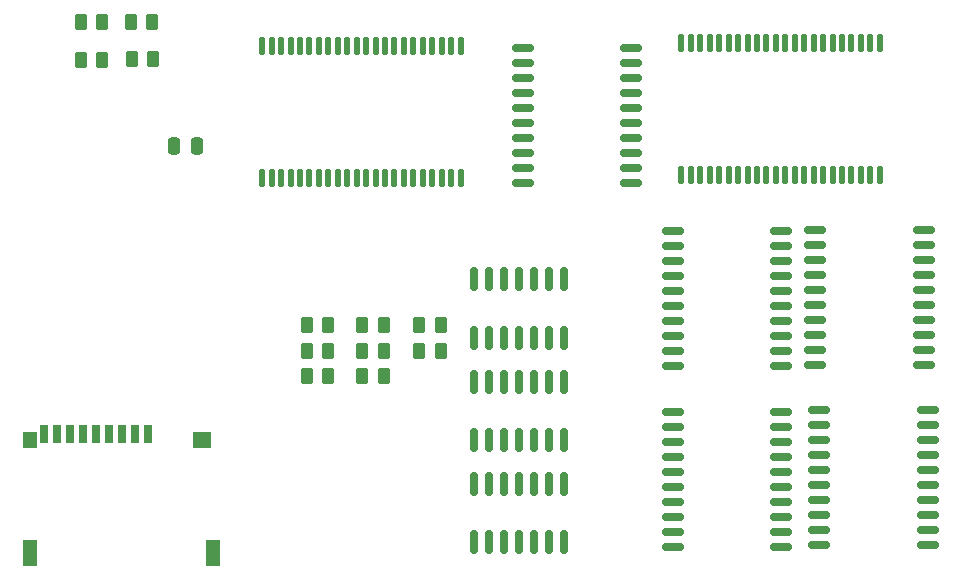
<source format=gbr>
%TF.GenerationSoftware,KiCad,Pcbnew,8.0.8+dfsg-1*%
%TF.CreationDate,2025-07-24T04:48:21-04:00*%
%TF.ProjectId,VGA_SRAM_SHUIELD_DOUBLE_BUFFER,5647415f-5352-4414-9d5f-53485549454c,rev?*%
%TF.SameCoordinates,Original*%
%TF.FileFunction,Paste,Top*%
%TF.FilePolarity,Positive*%
%FSLAX46Y46*%
G04 Gerber Fmt 4.6, Leading zero omitted, Abs format (unit mm)*
G04 Created by KiCad (PCBNEW 8.0.8+dfsg-1) date 2025-07-24 04:48:21*
%MOMM*%
%LPD*%
G01*
G04 APERTURE LIST*
G04 Aperture macros list*
%AMRoundRect*
0 Rectangle with rounded corners*
0 $1 Rounding radius*
0 $2 $3 $4 $5 $6 $7 $8 $9 X,Y pos of 4 corners*
0 Add a 4 corners polygon primitive as box body*
4,1,4,$2,$3,$4,$5,$6,$7,$8,$9,$2,$3,0*
0 Add four circle primitives for the rounded corners*
1,1,$1+$1,$2,$3*
1,1,$1+$1,$4,$5*
1,1,$1+$1,$6,$7*
1,1,$1+$1,$8,$9*
0 Add four rect primitives between the rounded corners*
20,1,$1+$1,$2,$3,$4,$5,0*
20,1,$1+$1,$4,$5,$6,$7,0*
20,1,$1+$1,$6,$7,$8,$9,0*
20,1,$1+$1,$8,$9,$2,$3,0*%
G04 Aperture macros list end*
%ADD10RoundRect,0.150000X0.150000X-0.825000X0.150000X0.825000X-0.150000X0.825000X-0.150000X-0.825000X0*%
%ADD11RoundRect,0.150000X-0.800000X-0.150000X0.800000X-0.150000X0.800000X0.150000X-0.800000X0.150000X0*%
%ADD12RoundRect,0.250000X-0.262500X-0.450000X0.262500X-0.450000X0.262500X0.450000X-0.262500X0.450000X0*%
%ADD13RoundRect,0.137500X0.137500X-0.625000X0.137500X0.625000X-0.137500X0.625000X-0.137500X-0.625000X0*%
%ADD14RoundRect,0.250000X0.250000X0.475000X-0.250000X0.475000X-0.250000X-0.475000X0.250000X-0.475000X0*%
%ADD15R,0.700000X1.600000*%
%ADD16R,1.200000X2.200000*%
%ADD17R,1.600000X1.400000*%
%ADD18R,1.200000X1.400000*%
G04 APERTURE END LIST*
D10*
%TO.C,U13*%
X80000000Y-161750000D03*
X81270000Y-161750000D03*
X82540000Y-161750000D03*
X83810000Y-161750000D03*
X85080000Y-161750000D03*
X86350000Y-161750000D03*
X87620000Y-161750000D03*
X87620000Y-156800000D03*
X86350000Y-156800000D03*
X85080000Y-156800000D03*
X83810000Y-156800000D03*
X82540000Y-156800000D03*
X81270000Y-156800000D03*
X80000000Y-156800000D03*
%TD*%
D11*
%TO.C,U11*%
X84100000Y-137210000D03*
X84100000Y-138480000D03*
X84100000Y-139750000D03*
X84100000Y-141020000D03*
X84100000Y-142290000D03*
X84100000Y-143560000D03*
X84100000Y-144830000D03*
X84100000Y-146100000D03*
X84100000Y-147370000D03*
X84100000Y-148640000D03*
X93300000Y-148640000D03*
X93300000Y-147370000D03*
X93300000Y-146100000D03*
X93300000Y-144830000D03*
X93300000Y-143560000D03*
X93300000Y-142290000D03*
X93300000Y-141020000D03*
X93300000Y-139750000D03*
X93300000Y-138480000D03*
X93300000Y-137210000D03*
%TD*%
D10*
%TO.C,U12*%
X80000000Y-170420000D03*
X81270000Y-170420000D03*
X82540000Y-170420000D03*
X83810000Y-170420000D03*
X85080000Y-170420000D03*
X86350000Y-170420000D03*
X87620000Y-170420000D03*
X87620000Y-165470000D03*
X86350000Y-165470000D03*
X85080000Y-165470000D03*
X83810000Y-165470000D03*
X82540000Y-165470000D03*
X81270000Y-165470000D03*
X80000000Y-165470000D03*
%TD*%
D11*
%TO.C,U7*%
X106000000Y-168035000D03*
X106000000Y-169305000D03*
X106000000Y-170575000D03*
X106000000Y-171845000D03*
X106000000Y-173115000D03*
X106000000Y-174385000D03*
X106000000Y-175655000D03*
X106000000Y-176925000D03*
X106000000Y-178195000D03*
X106000000Y-179465000D03*
X96800000Y-179465000D03*
X96800000Y-178195000D03*
X96800000Y-176925000D03*
X96800000Y-175655000D03*
X96800000Y-174385000D03*
X96800000Y-173115000D03*
X96800000Y-171845000D03*
X96800000Y-170575000D03*
X96800000Y-169305000D03*
X96800000Y-168035000D03*
%TD*%
D12*
%TO.C,R3*%
X65825000Y-164980000D03*
X67650000Y-164980000D03*
%TD*%
D11*
%TO.C,U14*%
X96800000Y-152670000D03*
X96800000Y-153940000D03*
X96800000Y-155210000D03*
X96800000Y-156480000D03*
X96800000Y-157750000D03*
X96800000Y-159020000D03*
X96800000Y-160290000D03*
X96800000Y-161560000D03*
X96800000Y-162830000D03*
X96800000Y-164100000D03*
X106000000Y-164100000D03*
X106000000Y-162830000D03*
X106000000Y-161560000D03*
X106000000Y-160290000D03*
X106000000Y-159020000D03*
X106000000Y-157750000D03*
X106000000Y-156480000D03*
X106000000Y-155210000D03*
X106000000Y-153940000D03*
X106000000Y-152670000D03*
%TD*%
D12*
%TO.C,R2*%
X51000000Y-138100000D03*
X52825000Y-138100000D03*
%TD*%
%TO.C,R9*%
X70525000Y-160670000D03*
X72350000Y-160670000D03*
%TD*%
D13*
%TO.C,U20*%
X97540000Y-147985000D03*
X98340000Y-147985000D03*
X99140000Y-147985000D03*
X99940000Y-147985000D03*
X100740000Y-147985000D03*
X101540000Y-147985000D03*
X102340000Y-147985000D03*
X103140000Y-147985000D03*
X103940000Y-147985000D03*
X104740000Y-147985000D03*
X105540000Y-147985000D03*
X106340000Y-147985000D03*
X107140000Y-147985000D03*
X107940000Y-147985000D03*
X108740000Y-147985000D03*
X109540000Y-147985000D03*
X110340000Y-147985000D03*
X111140000Y-147985000D03*
X111940000Y-147985000D03*
X112740000Y-147985000D03*
X113540000Y-147985000D03*
X114340000Y-147985000D03*
X114340000Y-136810000D03*
X113540000Y-136810000D03*
X112740000Y-136810000D03*
X111940000Y-136810000D03*
X111140000Y-136810000D03*
X110340000Y-136810000D03*
X109540000Y-136810000D03*
X108740000Y-136810000D03*
X107940000Y-136810000D03*
X107140000Y-136810000D03*
X106340000Y-136810000D03*
X105540000Y-136810000D03*
X104740000Y-136810000D03*
X103940000Y-136810000D03*
X103140000Y-136810000D03*
X102340000Y-136810000D03*
X101540000Y-136810000D03*
X100740000Y-136810000D03*
X99940000Y-136810000D03*
X99140000Y-136810000D03*
X98340000Y-136810000D03*
X97540000Y-136810000D03*
%TD*%
D12*
%TO.C,R7*%
X75325000Y-162820000D03*
X77150000Y-162820000D03*
%TD*%
D13*
%TO.C,U19*%
X62050000Y-148175000D03*
X62850000Y-148175000D03*
X63650000Y-148175000D03*
X64450000Y-148175000D03*
X65250000Y-148175000D03*
X66050000Y-148175000D03*
X66850000Y-148175000D03*
X67650000Y-148175000D03*
X68450000Y-148175000D03*
X69250000Y-148175000D03*
X70050000Y-148175000D03*
X70850000Y-148175000D03*
X71650000Y-148175000D03*
X72450000Y-148175000D03*
X73250000Y-148175000D03*
X74050000Y-148175000D03*
X74850000Y-148175000D03*
X75650000Y-148175000D03*
X76450000Y-148175000D03*
X77250000Y-148175000D03*
X78050000Y-148175000D03*
X78850000Y-148175000D03*
X78850000Y-137000000D03*
X78050000Y-137000000D03*
X77250000Y-137000000D03*
X76450000Y-137000000D03*
X75650000Y-137000000D03*
X74850000Y-137000000D03*
X74050000Y-137000000D03*
X73250000Y-137000000D03*
X72450000Y-137000000D03*
X71650000Y-137000000D03*
X70850000Y-137000000D03*
X70050000Y-137000000D03*
X69250000Y-137000000D03*
X68450000Y-137000000D03*
X67650000Y-137000000D03*
X66850000Y-137000000D03*
X66050000Y-137000000D03*
X65250000Y-137000000D03*
X64450000Y-137000000D03*
X63650000Y-137000000D03*
X62850000Y-137000000D03*
X62050000Y-137000000D03*
%TD*%
D12*
%TO.C,R1*%
X46675000Y-138200000D03*
X48500000Y-138200000D03*
%TD*%
%TO.C,R8*%
X65825000Y-160680000D03*
X67650000Y-160680000D03*
%TD*%
%TO.C,R10*%
X75325000Y-160670000D03*
X77150000Y-160670000D03*
%TD*%
D14*
%TO.C,C1*%
X56500000Y-145500000D03*
X54600000Y-145500000D03*
%TD*%
D12*
%TO.C,R20*%
X50925000Y-135000000D03*
X52750000Y-135000000D03*
%TD*%
%TO.C,R4*%
X70525000Y-164970000D03*
X72350000Y-164970000D03*
%TD*%
%TO.C,R19*%
X46675000Y-135000000D03*
X48500000Y-135000000D03*
%TD*%
D10*
%TO.C,U8*%
X80000000Y-179060000D03*
X81270000Y-179060000D03*
X82540000Y-179060000D03*
X83810000Y-179060000D03*
X85080000Y-179060000D03*
X86350000Y-179060000D03*
X87620000Y-179060000D03*
X87620000Y-174110000D03*
X86350000Y-174110000D03*
X85080000Y-174110000D03*
X83810000Y-174110000D03*
X82540000Y-174110000D03*
X81270000Y-174110000D03*
X80000000Y-174110000D03*
%TD*%
D12*
%TO.C,R5*%
X65825000Y-162830000D03*
X67650000Y-162830000D03*
%TD*%
D11*
%TO.C,U15*%
X108890000Y-152625000D03*
X108890000Y-153895000D03*
X108890000Y-155165000D03*
X108890000Y-156435000D03*
X108890000Y-157705000D03*
X108890000Y-158975000D03*
X108890000Y-160245000D03*
X108890000Y-161515000D03*
X108890000Y-162785000D03*
X108890000Y-164055000D03*
X118090000Y-164055000D03*
X118090000Y-162785000D03*
X118090000Y-161515000D03*
X118090000Y-160245000D03*
X118090000Y-158975000D03*
X118090000Y-157705000D03*
X118090000Y-156435000D03*
X118090000Y-155165000D03*
X118090000Y-153895000D03*
X118090000Y-152625000D03*
%TD*%
D15*
%TO.C,J6*%
X52390032Y-169872545D03*
X51290032Y-169872545D03*
X50190032Y-169872545D03*
X49090032Y-169872545D03*
X47990032Y-169872545D03*
X46890032Y-169872545D03*
X45790032Y-169872545D03*
X44690032Y-169872545D03*
X43590032Y-169872545D03*
D16*
X57890032Y-179972545D03*
D17*
X56990032Y-170372545D03*
D16*
X42390032Y-179972545D03*
D18*
X42390032Y-170372545D03*
%TD*%
D12*
%TO.C,R6*%
X70525000Y-162820000D03*
X72350000Y-162820000D03*
%TD*%
D11*
%TO.C,U3*%
X118430000Y-167820000D03*
X118430000Y-169090000D03*
X118430000Y-170360000D03*
X118430000Y-171630000D03*
X118430000Y-172900000D03*
X118430000Y-174170000D03*
X118430000Y-175440000D03*
X118430000Y-176710000D03*
X118430000Y-177980000D03*
X118430000Y-179250000D03*
X109230000Y-179250000D03*
X109230000Y-177980000D03*
X109230000Y-176710000D03*
X109230000Y-175440000D03*
X109230000Y-174170000D03*
X109230000Y-172900000D03*
X109230000Y-171630000D03*
X109230000Y-170360000D03*
X109230000Y-169090000D03*
X109230000Y-167820000D03*
%TD*%
M02*

</source>
